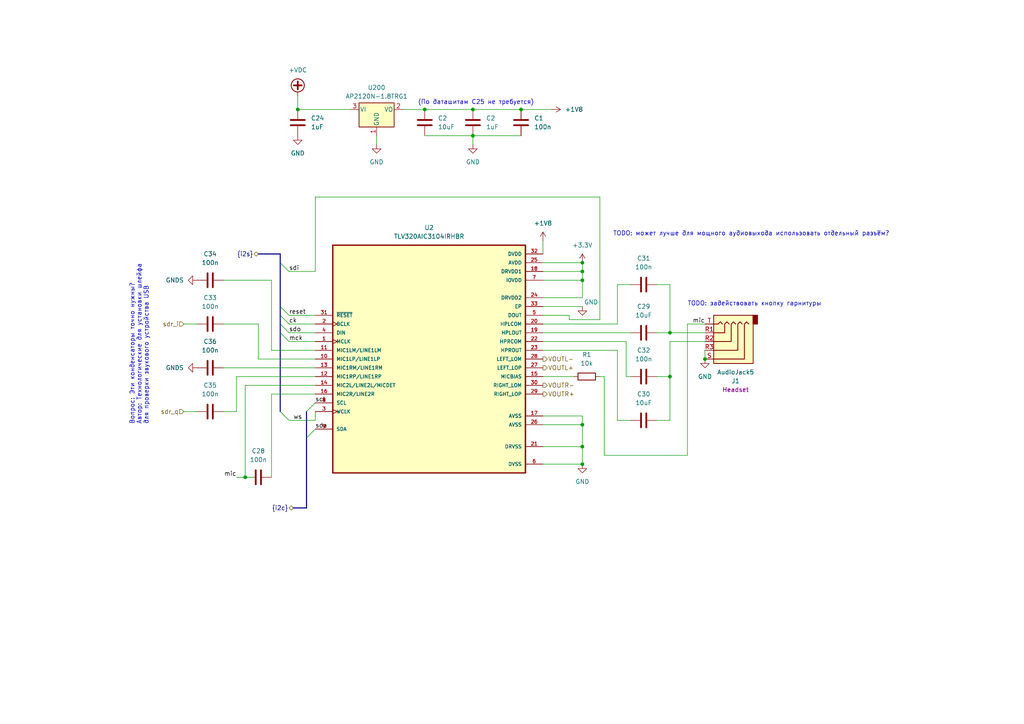
<source format=kicad_sch>
(kicad_sch (version 20230121) (generator eeschema)
  (paper "A4")
  (lib_symbols
    (symbol "Connector_Audio:AudioJack5"
      (property "Reference" "J" (at 0 11.43 0))
      (property "Value" "AudioJack5" (at 0 8.89 0))
      (symbol "AudioJack5_0_1"
        (rectangle (start -8.89 -5.08) (end -10.16 -7.62) (stroke (width 0.254)) (fill (type outline)))
        (polyline (pts (xy 0 -5.08) (xy 0.635 -5.715) (xy 1.27 -5.08) (xy 2.54 -5.08)) (stroke (width 0.254)))
        (polyline (pts (xy -5.715 -5.08) (xy -5.08 -5.715) (xy -4.445 -5.08) (xy -4.445 2.54) (xy 2.54 2.54)) (stroke (width 0.254)))
        (polyline (pts (xy -1.905 -5.08) (xy -1.27 -5.715) (xy -0.635 -5.08) (xy -0.635 -2.54) (xy 2.54 -2.54)) (stroke (width 0.254)))
        (polyline (pts (xy 2.54 0) (xy -2.54 0) (xy -2.54 -5.08) (xy -3.175 -5.715) (xy -3.81 -5.08)) (stroke (width 0.254)))
        (polyline (pts (xy 2.54 5.08) (xy -6.35 5.08) (xy -6.35 -5.08) (xy -6.985 -5.715) (xy -7.62 -5.08)) (stroke (width 0.254)))
        (rectangle (start 2.54 6.35) (end -8.89 -7.62) (stroke (width 0.254)) (fill (type background)))
      )
      (symbol "AudioJack5_1_1"
        (pin passive line (at 5.08 -2.54 180) (length 2.54) (name "~") (number "R1"))
        (pin passive line (at 5.08 0 180) (length 2.54) (name "~") (number "R2"))
        (pin passive line (at 5.08 2.54 180) (length 2.54) (name "~") (number "R3"))
        (pin passive line (at 5.08 5.08 180) (length 2.54) (name "~") (number "S"))
        (pin passive line (at 5.08 -5.08 180) (length 2.54) (name "~") (number "T"))
      )
    )
    (symbol "Device:C" (pin_numbers hide) (pin_names (offset 0.254))
      (property "Reference" "C" (at 0.635 2.54 0))
      (property "Value" "C" (at 0.635 -2.54 0))
      (symbol "C_0_1"
        (polyline (pts (xy -2.032 -0.762) (xy 2.032 -0.762)) (stroke (width 0.508)))
        (polyline (pts (xy -2.032 0.762) (xy 2.032 0.762)) (stroke (width 0.508)))
      )
      (symbol "C_1_1"
        (pin passive line (at 0 3.81 270) (length 2.794) (name "~") (number "1"))
        (pin passive line (at 0 -3.81 90) (length 2.794) (name "~") (number "2"))
      )
    )
    (symbol "Device:R" (pin_numbers hide) (pin_names (offset 0))
      (property "Reference" "R" (at 2.032 0 90))
      (property "Value" "R" (at 0 0 90))
      (symbol "R_0_1"
        (rectangle (start -1.016 -2.54) (end 1.016 2.54) (stroke (width 0.254)))
      )
      (symbol "R_1_1"
        (pin passive line (at 0 3.81 270) (length 1.27) (name "~") (number "1"))
        (pin passive line (at 0 -3.81 90) (length 1.27) (name "~") (number "2"))
      )
    )
    (symbol "Regulator_Linear:TPS7A0518PDBZ" (pin_names (offset 0.254))
      (property "Reference" "U" (at -3.81 3.175 0))
      (property "Value" "TPS7A0518PDBZ" (at 0 3.175 0))
      (symbol "TPS7A0518PDBZ_0_1"
        (rectangle (start -5.08 -5.08) (end 5.08 1.905) (stroke (width 0.254)) (fill (type background)))
      )
      (symbol "TPS7A0518PDBZ_1_1"
        (pin power_in line (at 0 -7.62 90) (length 2.54) (name "GND") (number "1"))
        (pin power_out line (at 7.62 0 180) (length 2.54) (name "VO") (number "2"))
        (pin power_in line (at -7.62 0 0) (length 2.54) (name "VI") (number "3"))
      )
    )
    (symbol "audio codec:TLV320AIC3104IRHBR" (pin_names (offset 1.016))
      (property "Reference" "U2" (at 0 38.1 0))
      (property "Value" "TLV320AIC3104IRHBR" (at 0 35.56 0))
      (symbol "TLV320AIC3104IRHBR_0_0"
        (rectangle (start -27.94 33.02) (end 27.94 -33.02) (stroke (width 0.41)) (fill (type background)))
        (pin input clock (at -33.02 5.08 0) (length 5.08) (name "MCLK") (number "1"))
        (pin input line (at -33.02 0 0) (length 5.08) (name "MIC1LP/LINE1LP") (number "10"))
        (pin input line (at -33.02 2.54 0) (length 5.08) (name "MIC1LM/LINE1LM") (number "11"))
        (pin input line (at -33.02 -5.08 0) (length 5.08) (name "MIC1RP/LINE1RP") (number "12"))
        (pin input line (at -33.02 -2.54 0) (length 5.08) (name "MIC1RM/LINE1RM") (number "13"))
        (pin input line (at -33.02 -7.62 0) (length 5.08) (name "MIC2L/LINE2L/MICDET") (number "14"))
        (pin output line (at 33.02 -5.08 180) (length 5.08) (name "MICBIAS") (number "15"))
        (pin input line (at -33.02 -10.16 0) (length 5.08) (name "MIC2R/LINE2R") (number "16"))
        (pin power_in line (at 33.02 -16.51 180) (length 5.08) (name "AVSS") (number "17"))
        (pin power_in line (at 33.02 25.4 180) (length 5.08) (name "DRVDD1") (number "18"))
        (pin output line (at 33.02 7.62 180) (length 5.08) (name "HPLOUT") (number "19"))
        (pin input clock (at -33.02 10.16 0) (length 5.08) (name "BCLK") (number "2"))
        (pin output line (at 33.02 10.16 180) (length 5.08) (name "HPLCOM") (number "20"))
        (pin power_in line (at 33.02 -25.4 180) (length 5.08) (name "DRVSS") (number "21"))
        (pin output line (at 33.02 5.08 180) (length 5.08) (name "HPRCOM") (number "22"))
        (pin output line (at 33.02 2.54 180) (length 5.08) (name "HPROUT") (number "23"))
        (pin power_in line (at 33.02 17.78 180) (length 5.08) (name "DRVDD2") (number "24"))
        (pin power_in line (at 33.02 27.94 180) (length 5.08) (name "AVDD") (number "25"))
        (pin power_in line (at 33.02 -19.05 180) (length 5.08) (name "AVSS") (number "26"))
        (pin output line (at 33.02 -2.54 180) (length 5.08) (name "LEFT_LOP") (number "27"))
        (pin output line (at 33.02 0 180) (length 5.08) (name "LEFT_LOM") (number "28"))
        (pin output line (at 33.02 -10.16 180) (length 5.08) (name "RIGHT_LOP") (number "29"))
        (pin input clock (at -33.02 -15.24 0) (length 5.08) (name "WCLK") (number "3"))
        (pin output line (at 33.02 -7.62 180) (length 5.08) (name "RIGHT_LOM") (number "30"))
        (pin input line (at -33.02 12.7 0) (length 5.08) (name "~{RESET}") (number "31"))
        (pin power_in line (at 33.02 30.48 180) (length 5.08) (name "DVDD") (number "32"))
        (pin power_in line (at 33.02 15.24 180) (length 5.08) (name "EP") (number "33"))
        (pin input line (at -33.02 7.62 0) (length 5.08) (name "DIN") (number "4"))
        (pin output line (at 33.02 12.7 180) (length 5.08) (name "DOUT") (number "5"))
        (pin power_in line (at 33.02 -30.48 180) (length 5.08) (name "DVSS") (number "6"))
        (pin power_in line (at 33.02 22.86 180) (length 5.08) (name "IOVDD") (number "7"))
        (pin input line (at -33.02 -12.7 0) (length 5.08) (name "SCL") (number "8"))
        (pin bidirectional line (at -33.02 -20.32 0) (length 5.08) (name "SDA") (number "9"))
      )
    )
    (symbol "power:+1V8" (power) (pin_names (offset 0))
      (property "Value" "+1V8" (at 0 3.556 0))
      (symbol "+1V8_0_1"
        (polyline (pts (xy -0.762 1.27) (xy 0 2.54)))
        (polyline (pts (xy 0 0) (xy 0 2.54)))
        (polyline (pts (xy 0 2.54) (xy 0.762 1.27)))
      )
      (symbol "+1V8_1_1"
        (pin power_in line (at 0 0 90) (length 0) hide (name "+1V8") (number "1"))
      )
    )
    (symbol "power:+3.3V" (power) (pin_names (offset 0))
      (property "Value" "+3.3V" (at 0 3.556 0))
      (symbol "+3.3V_0_1"
        (polyline (pts (xy -0.762 1.27) (xy 0 2.54)))
        (polyline (pts (xy 0 0) (xy 0 2.54)))
        (polyline (pts (xy 0 2.54) (xy 0.762 1.27)))
      )
      (symbol "+3.3V_1_1"
        (pin power_in line (at 0 0 90) (length 0) hide (name "+3.3V") (number "1"))
      )
    )
    (symbol "power:+VDC" (power) (pin_names (offset 0))
      (property "Value" "+VDC" (at 0 6.35 0))
      (symbol "+VDC_0_1"
        (polyline (pts (xy -1.143 3.175) (xy 1.143 3.175)) (stroke (width 0.508)))
        (polyline (pts (xy 0 0) (xy 0 1.27)))
        (polyline (pts (xy 0 2.032) (xy 0 4.318)) (stroke (width 0.508)))
        (circle (center 0 3.175) (radius 1.905) (stroke (width 0.254)))
      )
      (symbol "+VDC_1_1"
        (pin power_in line (at 0 0 90) (length 0) hide (name "+VDC") (number "1"))
      )
    )
    (symbol "power:GND" (power) (pin_names (offset 0))
      (property "Value" "GND" (at 0 -3.81 0))
      (symbol "GND_0_1"
        (polyline (pts (xy 0 0) (xy 0 -1.27) (xy 1.27 -1.27) (xy 0 -2.54) (xy -1.27 -1.27) (xy 0 -1.27)))
      )
      (symbol "GND_1_1"
        (pin power_in line (at 0 0 270) (length 0) hide (name "GND") (number "1"))
      )
    )
    (symbol "power:GNDS" (power) (pin_names (offset 0))
      (property "Value" "GNDS" (at 0 -3.81 0))
      (symbol "GNDS_0_1"
        (polyline (pts (xy 0 0) (xy 0 -1.27) (xy 1.27 -1.27) (xy 0 -2.54) (xy -1.27 -1.27) (xy 0 -1.27)))
      )
      (symbol "GNDS_1_1"
        (pin power_in line (at 0 0 270) (length 0) hide (name "GNDS") (number "1"))
      )
    )
  )
  (bus_alias "i2c" (members "scl" "sda"))
  (junction (at 168.91 78.74))
  (junction (at 168.91 76.2))
  (junction (at 168.91 81.28))
  (junction (at 194.31 96.52))
  (junction (at 204.47 104.14))
  (junction (at 168.91 134.62))
  (junction (at 137.16 39.37))
  (junction (at 168.91 129.54))
  (junction (at 123.19 31.75))
  (junction (at 194.31 109.22))
  (junction (at 71.12 138.43))
  (junction (at 151.13 31.75))
  (junction (at 137.16 31.75))
  (junction (at 168.91 123.19))
  (junction (at 86.36 31.75))
  (bus_entry (at 81.28 119.38) (size 2.54 2.54))
  (bus_entry (at 88.9 119.38) (size 2.54 -2.54))
  (bus_entry (at 81.28 93.98) (size 2.54 2.54))
  (bus_entry (at 81.28 96.52) (size 2.54 2.54))
  (bus_entry (at 81.28 91.44) (size 2.54 2.54))
  (bus_entry (at 81.28 76.2) (size 2.54 2.54))
  (bus_entry (at 88.9 127) (size 2.54 -2.54))
  (bus_entry (at 81.28 88.9) (size 2.54 2.54))
  (wire (pts (xy 151.13 31.75) (xy 160.02 31.75)))
  (wire (pts (xy 179.07 82.55) (xy 182.88 82.55)))
  (wire (pts (xy 168.91 76.2) (xy 168.91 78.74)))
  (wire (pts (xy 157.48 76.2) (xy 168.91 76.2)))
  (wire (pts (xy 64.77 93.98) (xy 74.93 93.98)))
  (wire (pts (xy 137.16 41.91) (xy 137.16 39.37)))
  (wire (pts (xy 83.82 91.44) (xy 91.44 91.44)))
  (wire (pts (xy 173.99 92.71) (xy 173.99 57.15)))
  (wire (pts (xy 166.37 109.22) (xy 157.48 109.22)))
  (wire (pts (xy 173.99 57.15) (xy 91.44 57.15)))
  (wire (pts (xy 68.58 138.43) (xy 71.12 138.43)))
  (wire (pts (xy 74.93 104.14) (xy 91.44 104.14)))
  (wire (pts (xy 181.61 99.06) (xy 181.61 109.22)))
  (wire (pts (xy 157.48 134.62) (xy 168.91 134.62)))
  (bus (pts (xy 81.28 88.9) (xy 81.28 91.44)))
  (wire (pts (xy 168.91 78.74) (xy 168.91 81.28)))
  (wire (pts (xy 74.93 93.98) (xy 74.93 104.14)))
  (wire (pts (xy 157.48 91.44) (xy 165.1 91.44)))
  (wire (pts (xy 194.31 96.52) (xy 204.47 96.52)))
  (bus (pts (xy 81.28 76.2) (xy 81.28 88.9)))
  (wire (pts (xy 86.36 31.75) (xy 101.6 31.75)))
  (wire (pts (xy 157.48 81.28) (xy 168.91 81.28)))
  (wire (pts (xy 179.07 121.92) (xy 182.88 121.92)))
  (wire (pts (xy 157.48 96.52) (xy 182.88 96.52)))
  (wire (pts (xy 179.07 82.55) (xy 179.07 93.98)))
  (wire (pts (xy 123.19 39.37) (xy 137.16 39.37)))
  (wire (pts (xy 204.47 101.6) (xy 204.47 104.14)))
  (wire (pts (xy 175.26 109.22) (xy 175.26 132.08)))
  (wire (pts (xy 78.74 81.28) (xy 78.74 101.6)))
  (wire (pts (xy 68.58 119.38) (xy 64.77 119.38)))
  (wire (pts (xy 175.26 132.08) (xy 199.39 132.08)))
  (wire (pts (xy 157.48 88.9) (xy 168.91 88.9)))
  (bus (pts (xy 74.93 73.66) (xy 81.28 73.66)))
  (wire (pts (xy 68.58 119.38) (xy 68.58 109.22)))
  (wire (pts (xy 123.19 31.75) (xy 137.16 31.75)))
  (wire (pts (xy 173.99 109.22) (xy 175.26 109.22)))
  (wire (pts (xy 157.48 101.6) (xy 179.07 101.6)))
  (wire (pts (xy 194.31 109.22) (xy 190.5 109.22)))
  (wire (pts (xy 83.82 96.52) (xy 91.44 96.52)))
  (bus (pts (xy 81.28 93.98) (xy 81.28 96.52)))
  (wire (pts (xy 194.31 82.55) (xy 190.5 82.55)))
  (bus (pts (xy 81.28 73.66) (xy 81.28 76.2)))
  (wire (pts (xy 83.82 121.92) (xy 91.44 121.92)))
  (wire (pts (xy 199.39 93.98) (xy 204.47 93.98)))
  (wire (pts (xy 91.44 111.76) (xy 71.12 111.76)))
  (wire (pts (xy 168.91 120.65) (xy 168.91 123.19)))
  (wire (pts (xy 137.16 39.37) (xy 151.13 39.37)))
  (wire (pts (xy 194.31 121.92) (xy 190.5 121.92)))
  (wire (pts (xy 168.91 129.54) (xy 168.91 123.19)))
  (wire (pts (xy 165.1 92.71) (xy 173.99 92.71)))
  (bus (pts (xy 88.9 127) (xy 88.9 147.32)))
  (wire (pts (xy 157.48 99.06) (xy 181.61 99.06)))
  (wire (pts (xy 109.22 41.91) (xy 109.22 39.37)))
  (wire (pts (xy 190.5 96.52) (xy 194.31 96.52)))
  (wire (pts (xy 168.91 134.62) (xy 168.91 129.54)))
  (bus (pts (xy 88.9 119.38) (xy 88.9 127)))
  (wire (pts (xy 204.47 99.06) (xy 194.31 99.06)))
  (bus (pts (xy 81.28 96.52) (xy 81.28 119.38)))
  (wire (pts (xy 194.31 109.22) (xy 194.31 121.92)))
  (wire (pts (xy 157.48 86.36) (xy 168.91 86.36)))
  (wire (pts (xy 137.16 31.75) (xy 151.13 31.75)))
  (wire (pts (xy 179.07 101.6) (xy 179.07 121.92)))
  (wire (pts (xy 68.58 109.22) (xy 91.44 109.22)))
  (bus (pts (xy 85.09 147.32) (xy 88.9 147.32)))
  (wire (pts (xy 168.91 81.28) (xy 168.91 86.36)))
  (wire (pts (xy 83.82 78.74) (xy 91.44 78.74)))
  (wire (pts (xy 181.61 109.22) (xy 182.88 109.22)))
  (wire (pts (xy 83.82 93.98) (xy 91.44 93.98)))
  (wire (pts (xy 168.91 123.19) (xy 157.48 123.19)))
  (wire (pts (xy 53.34 93.98) (xy 57.15 93.98)))
  (wire (pts (xy 64.77 106.68) (xy 91.44 106.68)))
  (wire (pts (xy 57.15 119.38) (xy 53.34 119.38)))
  (wire (pts (xy 157.48 120.65) (xy 168.91 120.65)))
  (wire (pts (xy 78.74 101.6) (xy 91.44 101.6)))
  (wire (pts (xy 78.74 138.43) (xy 78.74 114.3)))
  (wire (pts (xy 157.48 93.98) (xy 179.07 93.98)))
  (wire (pts (xy 71.12 111.76) (xy 71.12 138.43)))
  (wire (pts (xy 199.39 132.08) (xy 199.39 93.98)))
  (bus (pts (xy 81.28 91.44) (xy 81.28 93.98)))
  (wire (pts (xy 165.1 91.44) (xy 165.1 92.71)))
  (wire (pts (xy 86.36 27.94) (xy 86.36 31.75)))
  (wire (pts (xy 91.44 57.15) (xy 91.44 78.74)))
  (wire (pts (xy 91.44 121.92) (xy 91.44 119.38)))
  (wire (pts (xy 157.48 78.74) (xy 168.91 78.74)))
  (wire (pts (xy 157.48 69.85) (xy 157.48 73.66)))
  (wire (pts (xy 71.12 138.43) (xy 73.66 138.43)))
  (wire (pts (xy 194.31 99.06) (xy 194.31 109.22)))
  (wire (pts (xy 64.77 81.28) (xy 78.74 81.28)))
  (wire (pts (xy 116.84 31.75) (xy 123.19 31.75)))
  (wire (pts (xy 83.82 99.06) (xy 91.44 99.06)))
  (wire (pts (xy 78.74 114.3) (xy 91.44 114.3)))
  (wire (pts (xy 157.48 129.54) (xy 168.91 129.54)))
  (wire (pts (xy 194.31 82.55) (xy 194.31 96.52)))
  (text "TODO: задействовать кнопку гарнитуры" (at 199.39 88.9 0) (effects (font (size 1.27 1.27)) (justify left bottom)))
  (text "TODO: может лучше для мощного аудиовыхода использовать отдельный разъём?" (at 177.8 68.58 0) (effects (font (size 1.27 1.27)) (justify left bottom)))
  (text "(По даташитам C25 не требуется)" (at 154.94 30.48 0) (effects (font (size 1.27 1.27)) (justify right bottom)))
  (text "Вопрос: Эти конденсаторы точно нужны?\nАвтор: Технологические для установки шлейфа\nдля проверки звукового устройства USB" (at 43.18 123.19 90) (effects (font (size 1.27 1.27)) (justify left bottom)))
  (label "sda" (at 91.44 124.46 0))
  (label "mic" (at 68.58 138.43 180))
  (label "sdo" (at 83.82 96.52 0))
  (label "ws" (at 85.09 121.92 0))
  (label "ck" (at 83.82 93.98 0))
  (label "reset" (at 83.82 91.44 0))
  (label "sdi" (at 83.82 78.74 0))
  (label "mic" (at 204.47 93.98 180))
  (label "mck" (at 83.82 99.06 0))
  (label "scl" (at 91.44 116.84 0))
  (hierarchical_label "{i2s}" (shape bidirectional) (at 74.93 73.66 180))
  (hierarchical_label "{i2c}" (shape bidirectional) (at 85.09 147.32 180))
  (hierarchical_label "sdr_i" (shape input) (at 53.34 93.98 180))
  (hierarchical_label "VOUTR+" (shape output) (at 157.48 114.3 0))
  (hierarchical_label "sdr_q" (shape input) (at 53.34 119.38 180))
  (hierarchical_label "VOUTL+" (shape output) (at 157.48 106.68 0))
  (hierarchical_label "VOUTL-" (shape output) (at 157.48 104.14 0))
  (hierarchical_label "VOUTR-" (shape output) (at 157.48 111.76 0))
  (symbol (lib_id "Device:C") (at 186.69 82.55 90) (unit 1)
    (property "Reference" "C31" (at 186.69 74.93 90))
    (property "Value" "100n" (at 186.69 77.47 90))
  )
  (symbol (lib_id "Device:C") (at 60.96 93.98 90) (unit 1)
    (property "Reference" "C33" (at 60.96 86.36 90))
    (property "Value" "100n" (at 60.96 88.9 90))
  )
  (symbol (lib_id "power:+1V8") (at 157.48 69.85 0) (unit 1)
    (property "Reference" "#PWR017" (effects hide))
    (property "Value" "+1V8" (at 157.48 64.77 0))
    (instances (project "main" (path "" (reference "#PWR017") (unit 1)) (path "" (reference "#PWR013") (unit 1))))
  )
  (symbol (lib_id "Device:C") (at 137.16 35.56 180) (unit 1)
    (property "Reference" "C2" (at 140.97 34.29 0) (effects (justify right)))
    (property "Value" "1uF" (at 140.97 36.83 0) (effects (justify right)))
    (instances (project "main" (path "" (reference "C2") (unit 1)) (path "" (reference "C26") (unit 1))))
  )
  (symbol (lib_id "power:GNDS") (at 57.15 106.68 270) (unit 1)
    (property "Reference" "#PWR018" (effects hide))
    (property "Value" "GNDS" (at 53.34 106.68 90) (effects (justify right)))
  )
  (symbol (lib_id "power:GND") (at 109.22 41.91 0) (unit 1)
    (property "Reference" "#PWR024" (effects hide))
    (property "Value" "GND" (at 109.22 46.99 0))
  )
  (symbol (lib_id "Device:C") (at 151.13 35.56 0) (unit 1)
    (property "Reference" "C1" (at 154.94 34.29 0) (effects (justify left)))
    (property "Value" "100n" (at 154.94 36.83 0) (effects (justify left)))
    (instances (project "main" (path "" (reference "C1") (unit 1)) (path "" (reference "C27") (unit 1))))
  )
  (symbol (lib_id "power:+1V8") (at 160.02 31.75 270) (unit 1)
    (property "Reference" "#PWR017" (effects hide))
    (property "Value" "+1V8" (at 163.83 31.75 90) (effects (justify left)))
    (instances (project "main" (path "" (reference "#PWR017") (unit 1)) (path "" (reference "#PWR021") (unit 1))))
  )
  (symbol (lib_id "Device:C") (at 86.36 35.56 180) (unit 1)
    (property "Reference" "C24" (at 90.17 34.29 0) (effects (justify right)))
    (property "Value" "1uF" (at 90.17 36.83 0) (effects (justify right)))
  )
  (symbol (lib_id "Device:R") (at 170.18 109.22 270) (unit 1)
    (property "Reference" "R1" (at 170.18 102.87 90))
    (property "Value" "10k" (at 170.18 105.41 90))
    (instances (project "main" (path "" (reference "R1") (unit 1)) (path "" (reference "R16") (unit 1))))
  )
  (symbol (lib_id "Device:C") (at 60.96 81.28 90) (unit 1)
    (property "Reference" "C34" (at 60.96 73.66 90))
    (property "Value" "100n" (at 60.96 76.2 90))
  )
  (symbol (lib_id "power:GND") (at 204.47 104.14 0) (unit 1)
    (property "Reference" "#PWR016" (effects hide))
    (property "Value" "GND" (at 204.47 109.22 0))
    (instances (project "main" (path "" (reference "#PWR016") (unit 1)) (path "" (reference "#PWR017") (unit 1))))
  )
  (symbol (lib_id "power:GND") (at 86.36 39.37 0) (unit 1)
    (property "Reference" "#PWR022" (effects hide))
    (property "Value" "GND" (at 86.36 44.45 0))
  )
  (symbol (lib_id "Device:C") (at 60.96 119.38 90) (unit 1)
    (property "Reference" "C35" (at 60.96 111.76 90))
    (property "Value" "100n" (at 60.96 114.3 90))
  )
  (symbol (lib_id "power:+VDC") (at 86.36 27.94 0) (unit 1)
    (property "Reference" "#PWR019" (effects hide))
    (property "Value" "+VDC" (at 86.36 20.32 0))
  )
  (symbol (lib_id "Device:C") (at 60.96 106.68 90) (unit 1)
    (property "Reference" "C36" (at 60.96 99.06 90))
    (property "Value" "100n" (at 60.96 101.6 90))
  )
  (symbol (lib_id "Device:C") (at 123.19 35.56 180) (unit 1)
    (property "Reference" "C2" (at 127 34.29 0) (effects (justify right)))
    (property "Value" "10uF" (at 127 36.83 0) (effects (justify right)))
    (instances (project "main" (path "" (reference "C2") (unit 1)) (path "" (reference "C25") (unit 1))))
  )
  (symbol (lib_id "power:GNDS") (at 57.15 81.28 270) (unit 1)
    (property "Reference" "#PWR020" (effects hide))
    (property "Value" "GNDS" (at 53.34 81.28 90) (effects (justify right)))
  )
  (symbol (lib_id "Device:C") (at 186.69 121.92 90) (unit 1)
    (property "Reference" "C30" (at 186.69 114.3 90))
    (property "Value" "10uF" (at 186.69 116.84 90))
  )
  (symbol (lib_id "Device:C") (at 186.69 109.22 90) (unit 1)
    (property "Reference" "C32" (at 186.69 101.6 90))
    (property "Value" "100n" (at 186.69 104.14 90))
  )
  (symbol (lib_id "power:GND") (at 168.91 88.9 0) (unit 1)
    (property "Reference" "#PWR016" (effects hide))
    (property "Value" "GND" (at 171.45 87.63 0))
    (instances (project "main" (path "" (reference "#PWR016") (unit 1)) (path "" (reference "#PWR015") (unit 1))))
  )
  (symbol (lib_id "Connector_Audio:AudioJack5") (at 209.55 99.06 180) (unit 1)
    (property "Reference" "J1" (at 213.36 110.49 0))
    (property "Value" "AudioJack5" (at 213.36 107.95 0))
    (property "purpose" "Headset" (at 213.36 113.03 0))
  )
  (symbol (lib_id "power:GND") (at 168.91 134.62 0) (unit 1)
    (property "Reference" "#PWR015" (effects hide))
    (property "Value" "GND" (at 168.91 139.7 0))
    (instances (project "main" (path "" (reference "#PWR015") (unit 1)) (path "" (reference "#PWR016") (unit 1))))
  )
  (symbol (lib_id "audio codec:TLV320AIC3104IRHBR") (at 124.46 104.14 0) (unit 1)
    (property "Reference" "U2" (at 124.46 66.04 0))
    (property "Value" "TLV320AIC3104IRHBR" (at 124.46 68.58 0))
    (property "Footprint" "TLV320AIC3104IRHBR:IC_ADS125H01IRHBT" (effects hide))
    (property "MF" "Texas Instruments" (effects hide))
    (property "Description" "\nLow-Power Stereo CODEC with 6 Inputs, 6 Outputs, HP Amp and Enhanced Digital Effects\n" (effects hide))
    (property "Package" "VQFN-32-32 Texas Instruments" (effects hide))
    (property "Price" "None" (effects hide))
    (property "SnapEDA_Link" "https://www.snapeda.com/parts/TLV320AIC3104IRHBR/Texas+Instruments/view-part/?ref=snap" (effects hide))
    (property "MP" "TLV320AIC3104IRHBR" (effects hide))
    (property "Purchase-URL" "https://www.snapeda.com/api/url_track_click_mouser/?unipart_id=48290&manufacturer=Texas Instruments&part_name=TLV320AIC3104IRHBR&search_term=None" (effects hide))
    (property "Availability" "In Stock" (effects hide))
    (property "Check_prices" "https://www.snapeda.com/parts/TLV320AIC3104IRHBR/Texas+Instruments/view-part/?ref=eda" (effects hide))
  )
  (symbol (lib_id "power:GND") (at 137.16 41.91 0) (unit 1)
    (property "Reference" "#PWR023" (effects hide))
    (property "Value" "GND" (at 137.16 46.99 0))
  )
  (symbol (lib_id "Regulator_Linear:TPS7A0518PDBZ") (at 109.22 31.75 0) (unit 1)
    (property "Reference" "U200" (at 109.22 25.4 0))
    (property "Value" "AP2120N-1.8TRG1" (at 109.22 27.94 0))
    (property "Footprint" "Package_TO_SOT_SMD:SOT-23" (effects hide))
  )
  (symbol (lib_id "power:+3.3V") (at 168.91 76.2 0) (unit 1)
    (property "Reference" "#PWR014" (effects hide))
    (property "Value" "+3.3V" (at 168.91 71.12 0))
  )
  (symbol (lib_id "Device:C") (at 186.69 96.52 90) (unit 1)
    (property "Reference" "C29" (at 186.69 88.9 90))
    (property "Value" "10uF" (at 186.69 91.44 90))
  )
  (symbol (lib_id "Device:C") (at 74.93 138.43 90) (unit 1)
    (property "Reference" "C28" (at 74.93 130.81 90))
    (property "Value" "100n" (at 74.93 133.35 90))
  )
)
</source>
